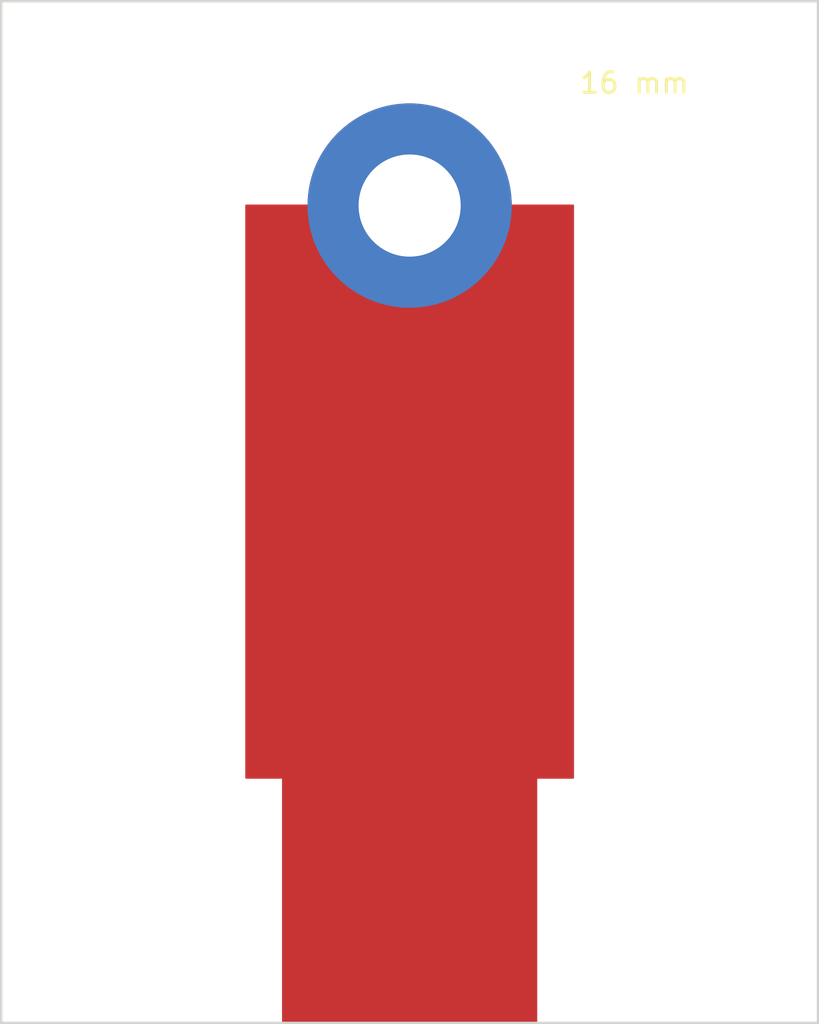
<source format=kicad_pcb>
(kicad_pcb (version 20171130) (host pcbnew "(5.1.5)-3")

  (general
    (thickness 1.6)
    (drawings 5)
    (tracks 0)
    (zones 0)
    (modules 1)
    (nets 1)
  )

  (page A4)
  (title_block
    (title "16 mm Test Board")
    (rev 1.0)
    (company "Würth Elektronik")
    (comment 4 "Dakota Woertink")
  )

  (layers
    (0 F.Cu signal)
    (31 B.Cu signal)
    (32 B.Adhes user)
    (33 F.Adhes user)
    (34 B.Paste user)
    (35 F.Paste user)
    (36 B.SilkS user)
    (37 F.SilkS user)
    (38 B.Mask user)
    (39 F.Mask user)
    (40 Dwgs.User user)
    (41 Cmts.User user)
    (42 Eco1.User user)
    (43 Eco2.User user)
    (44 Edge.Cuts user)
    (45 Margin user)
    (46 B.CrtYd user)
    (47 F.CrtYd user)
    (48 B.Fab user)
    (49 F.Fab user)
  )

  (setup
    (last_trace_width 0.25)
    (trace_clearance 0.2)
    (zone_clearance 0.508)
    (zone_45_only no)
    (trace_min 0.2)
    (via_size 0.8)
    (via_drill 0.4)
    (via_min_size 0.4)
    (via_min_drill 0.3)
    (uvia_size 0.3)
    (uvia_drill 0.1)
    (uvias_allowed no)
    (uvia_min_size 0.2)
    (uvia_min_drill 0.1)
    (edge_width 0.05)
    (segment_width 0.2)
    (pcb_text_width 0.3)
    (pcb_text_size 1.5 1.5)
    (mod_edge_width 0.12)
    (mod_text_size 1 1)
    (mod_text_width 0.15)
    (pad_size 12.5 12.5)
    (pad_drill 0)
    (pad_to_mask_clearance 0.051)
    (solder_mask_min_width 0.25)
    (aux_axis_origin 0 0)
    (visible_elements 7FFFFFFF)
    (pcbplotparams
      (layerselection 0x010fc_ffffffff)
      (usegerberextensions false)
      (usegerberattributes false)
      (usegerberadvancedattributes false)
      (creategerberjobfile false)
      (excludeedgelayer true)
      (linewidth 0.100000)
      (plotframeref false)
      (viasonmask false)
      (mode 1)
      (useauxorigin false)
      (hpglpennumber 1)
      (hpglpenspeed 20)
      (hpglpendiameter 15.000000)
      (psnegative false)
      (psa4output false)
      (plotreference true)
      (plotvalue true)
      (plotinvisibletext false)
      (padsonsilk false)
      (subtractmaskfromsilk false)
      (outputformat 1)
      (mirror false)
      (drillshape 1)
      (scaleselection 1)
      (outputdirectory ""))
  )

  (net 0 "")

  (net_class Default "This is the default net class."
    (clearance 0.2)
    (trace_width 0.25)
    (via_dia 0.8)
    (via_drill 0.4)
    (uvia_dia 0.3)
    (uvia_drill 0.1)
  )

  (module 16_mm:16_mm (layer F.Cu) (tedit 664D0BC1) (tstamp 66481384)
    (at 140 88)
    (fp_text reference "16 mm" (at 11 -6) (layer F.SilkS)
      (effects (font (size 1 1) (thickness 0.15)))
    )
    (fp_text value 16_mm (at -10 -6) (layer F.Fab)
      (effects (font (size 1 1) (thickness 0.15)))
    )
    (pad 2 smd rect (at 0 33.75) (size 12.5 12.5) (layers F.Cu F.Paste F.Mask))
    (pad 1 thru_hole circle (at 0 0) (size 10 10) (drill 5) (layers *.Cu *.Mask))
  )

  (gr_poly (pts (xy 148 116) (xy 132 116) (xy 132 88) (xy 148 88)) (layer F.Cu) (width 0.1))
  (gr_line (start 160 128) (end 160 78) (layer Edge.Cuts) (width 0.12))
  (gr_line (start 120 128) (end 160 128) (layer Edge.Cuts) (width 0.12))
  (gr_line (start 120 78) (end 120 128) (layer Edge.Cuts) (width 0.12))
  (gr_line (start 160 78) (end 120 78) (layer Edge.Cuts) (width 0.12))

)

</source>
